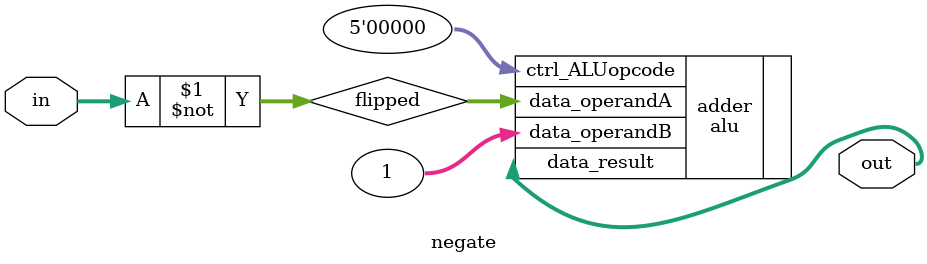
<source format=v>
module negate(in, out);

	input [31:0] in;
	output [31:0] out; 
	
	wire [31:0] flipped;
	assign flipped = ~in;
	
	alu adder(.data_operandA(flipped), .data_operandB(32'b1), .ctrl_ALUopcode(5'b0), .data_result(out));
	
endmodule
</source>
